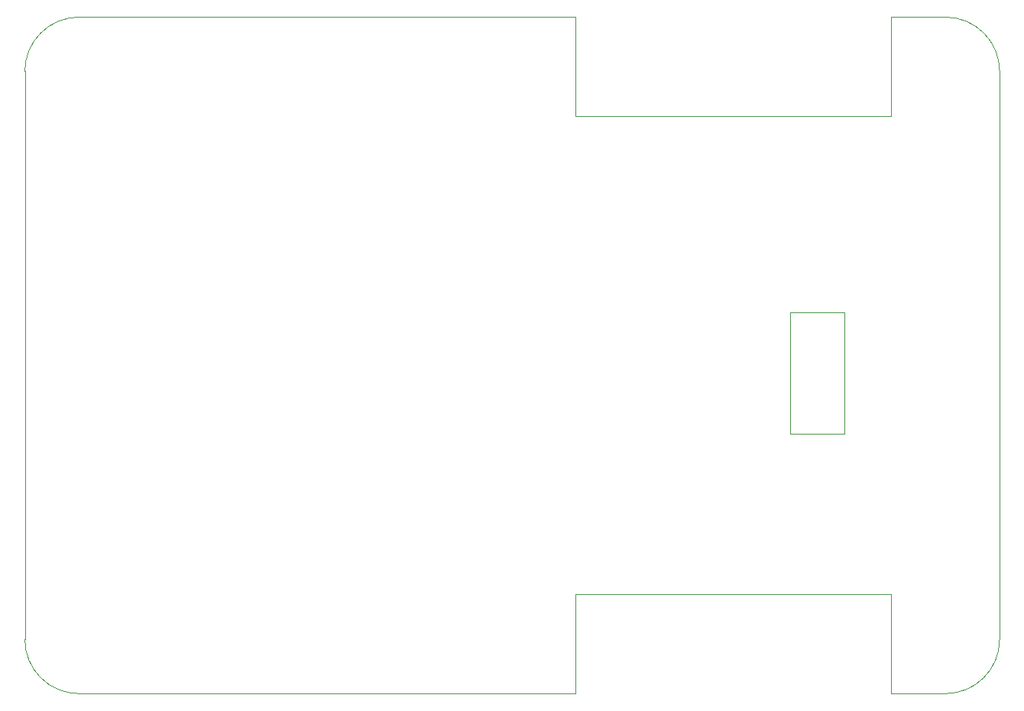
<source format=gm1>
G04 #@! TF.GenerationSoftware,KiCad,Pcbnew,(5.99.0-7087-g754e8e912c)*
G04 #@! TF.CreationDate,2020-12-17T20:12:46+00:00*
G04 #@! TF.ProjectId,nesta proto 2.1,6e657374-6120-4707-926f-746f20322e31,rev?*
G04 #@! TF.SameCoordinates,Original*
G04 #@! TF.FileFunction,Profile,NP*
%FSLAX46Y46*%
G04 Gerber Fmt 4.6, Leading zero omitted, Abs format (unit mm)*
G04 Created by KiCad (PCBNEW (5.99.0-7087-g754e8e912c)) date 2020-12-17 20:12:46*
%MOMM*%
%LPD*%
G01*
G04 APERTURE LIST*
G04 #@! TA.AperFunction,Profile*
%ADD10C,0.100000*%
G04 #@! TD*
G04 APERTURE END LIST*
D10*
X186817000Y-108712000D02*
X192786000Y-108712000D01*
X192786000Y-108712000D02*
X192786000Y-122174000D01*
X192786000Y-122174000D02*
X186817000Y-122174000D01*
X186817000Y-122174000D02*
X186817000Y-108712000D01*
X210000000Y-82000000D02*
X210000000Y-145000000D01*
X198000000Y-140000000D02*
X198000000Y-151000000D01*
X163000000Y-87000000D02*
X198000000Y-87000000D01*
X163000000Y-140000000D02*
X163000000Y-151000000D01*
X210000000Y-145000000D02*
G75*
G02*
X204000000Y-151000000I-6000000J0D01*
G01*
X101999997Y-81999997D02*
G75*
G02*
X108000000Y-76000000I6000000J-3D01*
G01*
X163000000Y-87000000D02*
X163000000Y-76000000D01*
X204000000Y-76000000D02*
G75*
G02*
X210000000Y-82000000I0J-6000000D01*
G01*
X107999997Y-151000003D02*
G75*
G02*
X102000000Y-145000000I3J6000000D01*
G01*
X198000000Y-87000000D02*
X198000000Y-76000000D01*
X198000000Y-140000000D02*
X163000000Y-140000000D01*
X198000000Y-76000000D02*
X204000000Y-76000000D01*
X102000000Y-82000000D02*
X102000000Y-145000000D01*
X163000000Y-151000000D02*
X108000000Y-151000000D01*
X198000000Y-151000000D02*
X204000000Y-151000000D01*
X108000000Y-76000000D02*
X163000000Y-76000000D01*
M02*

</source>
